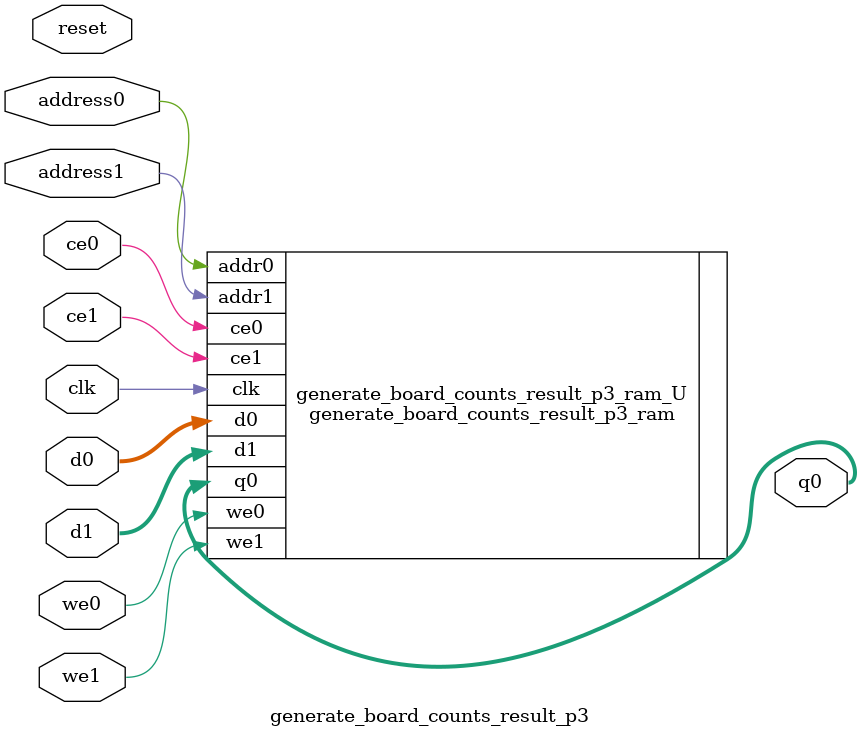
<source format=v>

`timescale 1 ns / 1 ps
module generate_board_counts_result_p3(
    reset,
    clk,
    address0,
    ce0,
    we0,
    d0,
    q0,
    address1,
    ce1,
    we1,
    d1);

parameter DataWidth = 32'd32;
parameter AddressRange = 32'd2;
parameter AddressWidth = 32'd1;
input reset;
input clk;
input[AddressWidth - 1:0] address0;
input ce0;
input we0;
input[DataWidth - 1:0] d0;
output[DataWidth - 1:0] q0;
input[AddressWidth - 1:0] address1;
input ce1;
input we1;
input[DataWidth - 1:0] d1;



generate_board_counts_result_p3_ram generate_board_counts_result_p3_ram_U(
    .clk( clk ),
    .addr0( address0 ),
    .ce0( ce0 ),
    .d0( d0 ),
    .we0( we0 ),
    .q0( q0 ),
    .addr1( address1 ),
    .ce1( ce1 ),
    .d1( d1 ),
    .we1( we1 ));

endmodule

</source>
